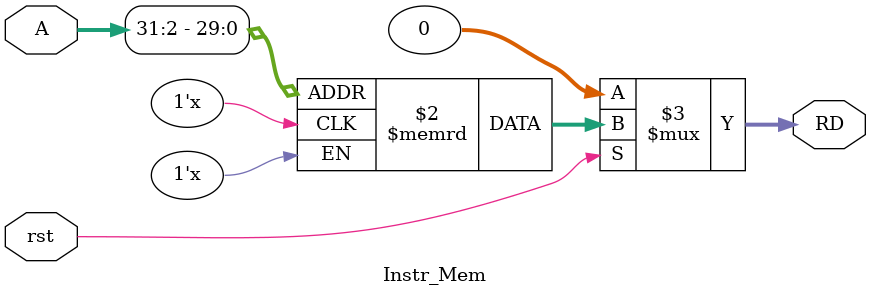
<source format=v>
module Instr_Mem(A, rst, RD);

    input [31:0] A;
    input rst;

    output [31:0] RD;
    
    //creation of memory
    reg [31:0] Mem [1023:0];
    
    assign RD = (rst == 1'b0) ? 32'h00000000:  Mem[A[31:2]];
endmodule
</source>
